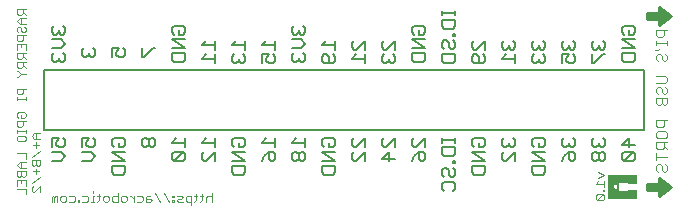
<source format=gbo>
G75*
%MOIN*%
%OFA0B0*%
%FSLAX24Y24*%
%IPPOS*%
%LPD*%
%AMOC8*
5,1,8,0,0,1.08239X$1,22.5*
%
%ADD10C,0.0030*%
%ADD11C,0.0050*%
%ADD12C,0.0040*%
%ADD13C,0.0100*%
%ADD14C,0.0010*%
%ADD15C,0.0080*%
D10*
X000512Y000481D02*
X000512Y000675D01*
X000221Y000675D01*
X000221Y000776D02*
X000221Y000969D01*
X000512Y000969D01*
X000512Y000776D01*
X000711Y000707D02*
X000760Y000755D01*
X000711Y000707D02*
X000711Y000610D01*
X000760Y000562D01*
X000808Y000562D01*
X001002Y000755D01*
X001002Y000562D01*
X001377Y000388D02*
X001377Y000243D01*
X001474Y000243D02*
X001474Y000388D01*
X001426Y000436D01*
X001377Y000388D01*
X001474Y000388D02*
X001522Y000436D01*
X001571Y000436D01*
X001571Y000243D01*
X001672Y000291D02*
X001720Y000243D01*
X001817Y000243D01*
X001865Y000291D01*
X001865Y000388D01*
X001817Y000436D01*
X001720Y000436D01*
X001672Y000388D01*
X001672Y000291D01*
X001967Y000243D02*
X002112Y000243D01*
X002160Y000291D01*
X002160Y000388D01*
X002112Y000436D01*
X001967Y000436D01*
X002259Y000291D02*
X002259Y000243D01*
X002307Y000243D01*
X002307Y000291D01*
X002259Y000291D01*
X002409Y000243D02*
X002554Y000243D01*
X002602Y000291D01*
X002602Y000388D01*
X002554Y000436D01*
X002409Y000436D01*
X002750Y000436D02*
X002750Y000243D01*
X002702Y000243D02*
X002799Y000243D01*
X002898Y000243D02*
X002947Y000291D01*
X002947Y000485D01*
X002995Y000436D02*
X002898Y000436D01*
X002799Y000436D02*
X002750Y000436D01*
X002750Y000533D02*
X002750Y000582D01*
X003096Y000388D02*
X003144Y000436D01*
X003241Y000436D01*
X003290Y000388D01*
X003290Y000291D01*
X003241Y000243D01*
X003144Y000243D01*
X003096Y000291D01*
X003096Y000388D01*
X003391Y000388D02*
X003391Y000291D01*
X003439Y000243D01*
X003584Y000243D01*
X003584Y000533D01*
X003584Y000436D02*
X003439Y000436D01*
X003391Y000388D01*
X003685Y000388D02*
X003685Y000291D01*
X003734Y000243D01*
X003831Y000243D01*
X003879Y000291D01*
X003879Y000388D01*
X003831Y000436D01*
X003734Y000436D01*
X003685Y000388D01*
X003979Y000436D02*
X004028Y000436D01*
X004124Y000340D01*
X004124Y000436D02*
X004124Y000243D01*
X004226Y000243D02*
X004371Y000243D01*
X004419Y000291D01*
X004419Y000388D01*
X004371Y000436D01*
X004226Y000436D01*
X004520Y000388D02*
X004520Y000243D01*
X004665Y000243D01*
X004714Y000291D01*
X004665Y000340D01*
X004520Y000340D01*
X004520Y000388D02*
X004569Y000436D01*
X004665Y000436D01*
X004815Y000533D02*
X005008Y000243D01*
X005303Y000243D02*
X005110Y000533D01*
X005402Y000436D02*
X005402Y000388D01*
X005450Y000388D01*
X005450Y000436D01*
X005402Y000436D01*
X005552Y000436D02*
X005697Y000436D01*
X005745Y000388D01*
X005697Y000340D01*
X005600Y000340D01*
X005552Y000291D01*
X005600Y000243D01*
X005745Y000243D01*
X005846Y000291D02*
X005895Y000243D01*
X006040Y000243D01*
X006040Y000146D02*
X006040Y000436D01*
X005895Y000436D01*
X005846Y000388D01*
X005846Y000291D01*
X006139Y000243D02*
X006188Y000291D01*
X006188Y000485D01*
X006236Y000436D02*
X006139Y000436D01*
X006336Y000436D02*
X006433Y000436D01*
X006384Y000485D02*
X006384Y000291D01*
X006336Y000243D01*
X006534Y000243D02*
X006534Y000388D01*
X006582Y000436D01*
X006679Y000436D01*
X006727Y000388D01*
X006727Y000533D02*
X006727Y000243D01*
X005450Y000243D02*
X005450Y000291D01*
X005402Y000291D01*
X005402Y000243D01*
X005450Y000243D01*
X001002Y001050D02*
X000711Y000856D01*
X000367Y000873D02*
X000367Y000969D01*
X000415Y001070D02*
X000463Y001070D01*
X000512Y001119D01*
X000512Y001264D01*
X000221Y001264D01*
X000221Y001119D01*
X000270Y001070D01*
X000318Y001070D01*
X000367Y001119D01*
X000367Y001264D01*
X000367Y001365D02*
X000367Y001559D01*
X000318Y001559D02*
X000221Y001462D01*
X000318Y001365D01*
X000512Y001365D01*
X000711Y001494D02*
X000760Y001445D01*
X000808Y001445D01*
X000857Y001494D01*
X000857Y001639D01*
X001002Y001639D02*
X000711Y001639D01*
X000711Y001494D01*
X000857Y001494D02*
X000905Y001445D01*
X000953Y001445D01*
X001002Y001494D01*
X001002Y001639D01*
X001002Y001934D02*
X000711Y001740D01*
X000512Y001660D02*
X000512Y001853D01*
X000221Y001853D01*
X000857Y002035D02*
X000857Y002228D01*
X000953Y002132D02*
X000760Y002132D01*
X000512Y002297D02*
X000463Y002249D01*
X000270Y002249D01*
X000221Y002297D01*
X000221Y002394D01*
X000270Y002443D01*
X000463Y002443D01*
X000512Y002394D01*
X000512Y002297D01*
X000711Y002426D02*
X000808Y002329D01*
X001002Y002329D01*
X000857Y002329D02*
X000857Y002523D01*
X000808Y002523D02*
X000711Y002426D01*
X000808Y002523D02*
X001002Y002523D01*
X000512Y002542D02*
X000512Y002639D01*
X000512Y002591D02*
X000221Y002591D01*
X000221Y002639D02*
X000221Y002542D01*
X000270Y002740D02*
X000367Y002740D01*
X000415Y002789D01*
X000415Y002934D01*
X000512Y002934D02*
X000221Y002934D01*
X000221Y002789D01*
X000270Y002740D01*
X000270Y003035D02*
X000221Y003083D01*
X000221Y003180D01*
X000270Y003228D01*
X000463Y003228D01*
X000512Y003180D01*
X000512Y003083D01*
X000463Y003035D01*
X000367Y003035D01*
X000367Y003132D01*
X000512Y003623D02*
X000512Y003719D01*
X000512Y003671D02*
X000221Y003671D01*
X000221Y003719D02*
X000221Y003623D01*
X000270Y003821D02*
X000367Y003821D01*
X000415Y003869D01*
X000415Y004014D01*
X000512Y004014D02*
X000221Y004014D01*
X000221Y003869D01*
X000270Y003821D01*
X000270Y004410D02*
X000221Y004410D01*
X000270Y004410D02*
X000367Y004507D01*
X000512Y004507D01*
X000367Y004507D02*
X000270Y004603D01*
X000221Y004603D01*
X000270Y004704D02*
X000367Y004704D01*
X000415Y004753D01*
X000415Y004898D01*
X000512Y004898D02*
X000221Y004898D01*
X000221Y004753D01*
X000270Y004704D01*
X000415Y004801D02*
X000512Y004704D01*
X000512Y004999D02*
X000415Y005096D01*
X000415Y005048D02*
X000415Y005193D01*
X000512Y005193D02*
X000221Y005193D01*
X000221Y005048D01*
X000270Y004999D01*
X000367Y004999D01*
X000415Y005048D01*
X000512Y005294D02*
X000512Y005487D01*
X000221Y005487D01*
X000221Y005294D01*
X000367Y005391D02*
X000367Y005487D01*
X000367Y005588D02*
X000415Y005637D01*
X000415Y005782D01*
X000512Y005782D02*
X000221Y005782D01*
X000221Y005637D01*
X000270Y005588D01*
X000367Y005588D01*
X000415Y005883D02*
X000463Y005883D01*
X000512Y005931D01*
X000512Y006028D01*
X000463Y006077D01*
X000367Y006028D02*
X000367Y005931D01*
X000415Y005883D01*
X000270Y005883D02*
X000221Y005931D01*
X000221Y006028D01*
X000270Y006077D01*
X000318Y006077D01*
X000367Y006028D01*
X000367Y006178D02*
X000367Y006371D01*
X000318Y006371D02*
X000221Y006274D01*
X000318Y006178D01*
X000512Y006178D01*
X000512Y006371D02*
X000318Y006371D01*
X000270Y006472D02*
X000367Y006472D01*
X000415Y006521D01*
X000415Y006666D01*
X000512Y006666D02*
X000221Y006666D01*
X000221Y006521D01*
X000270Y006472D01*
X000415Y006569D02*
X000512Y006472D01*
X000512Y001559D02*
X000318Y001559D01*
X000857Y001344D02*
X000857Y001151D01*
X000953Y001248D02*
X000760Y001248D01*
X000415Y001070D02*
X000367Y001119D01*
X019511Y000832D02*
X019802Y000832D01*
X019802Y000928D02*
X019802Y000735D01*
X019802Y000634D02*
X019753Y000634D01*
X019753Y000585D01*
X019802Y000585D01*
X019802Y000634D01*
X019753Y000486D02*
X019560Y000293D01*
X019753Y000293D01*
X019802Y000341D01*
X019802Y000438D01*
X019753Y000486D01*
X019560Y000486D01*
X019511Y000438D01*
X019511Y000341D01*
X019560Y000293D01*
X019511Y000832D02*
X019608Y000928D01*
X019608Y001029D02*
X019802Y001126D01*
X019608Y001223D01*
D11*
X019541Y001602D02*
X019616Y001677D01*
X019616Y001827D01*
X019541Y001903D01*
X019466Y001903D01*
X019391Y001827D01*
X019391Y001677D01*
X019466Y001602D01*
X019541Y001602D01*
X019616Y001677D02*
X019692Y001602D01*
X019767Y001602D01*
X019842Y001677D01*
X019842Y001827D01*
X019767Y001903D01*
X019692Y001903D01*
X019616Y001827D01*
X019541Y002063D02*
X019616Y002138D01*
X019692Y002063D01*
X019767Y002063D01*
X019842Y002138D01*
X019842Y002288D01*
X019767Y002363D01*
X019466Y002363D02*
X019391Y002288D01*
X019391Y002138D01*
X019466Y002063D01*
X019541Y002063D01*
X019616Y002138D02*
X019616Y002213D01*
X020391Y002138D02*
X020616Y002363D01*
X020616Y002063D01*
X020391Y002138D02*
X020842Y002138D01*
X020767Y001903D02*
X020466Y001903D01*
X020391Y001827D01*
X020391Y001677D01*
X020466Y001602D01*
X020767Y001903D01*
X020842Y001827D01*
X020842Y001677D01*
X020767Y001602D01*
X020466Y001602D01*
X018842Y001677D02*
X018767Y001602D01*
X018692Y001602D01*
X018616Y001677D01*
X018616Y001903D01*
X018767Y001903D01*
X018842Y001827D01*
X018842Y001677D01*
X018616Y001903D02*
X018466Y001752D01*
X018391Y001602D01*
X017842Y001602D02*
X017391Y001602D01*
X017391Y001903D02*
X017842Y001602D01*
X017842Y001442D02*
X017391Y001442D01*
X017391Y001217D01*
X017466Y001142D01*
X017767Y001142D01*
X017842Y001217D01*
X017842Y001442D01*
X016842Y001602D02*
X016842Y001903D01*
X016541Y001602D01*
X016466Y001602D01*
X016391Y001677D01*
X016391Y001827D01*
X016466Y001903D01*
X016466Y002063D02*
X016541Y002063D01*
X016616Y002138D01*
X016692Y002063D01*
X016767Y002063D01*
X016842Y002138D01*
X016842Y002288D01*
X016767Y002363D01*
X016466Y002363D02*
X016391Y002288D01*
X016391Y002138D01*
X016466Y002063D01*
X016616Y002138D02*
X016616Y002213D01*
X015842Y002288D02*
X015842Y002138D01*
X015767Y002063D01*
X015616Y002063D01*
X015616Y002213D01*
X015466Y002363D02*
X015391Y002288D01*
X015391Y002138D01*
X015466Y002063D01*
X015391Y001903D02*
X015842Y001602D01*
X015391Y001602D01*
X015391Y001442D02*
X015391Y001217D01*
X015466Y001142D01*
X015767Y001142D01*
X015842Y001217D01*
X015842Y001442D01*
X015391Y001442D01*
X014842Y001521D02*
X014842Y001596D01*
X014767Y001596D01*
X014767Y001521D01*
X014842Y001521D01*
X014767Y001365D02*
X014842Y001290D01*
X014842Y001140D01*
X014767Y001065D01*
X014692Y001065D01*
X014616Y001140D01*
X014616Y001290D01*
X014541Y001365D01*
X014466Y001365D01*
X014391Y001290D01*
X014391Y001140D01*
X014466Y001065D01*
X014466Y000905D02*
X014767Y000905D01*
X014842Y000830D01*
X014842Y000680D01*
X014767Y000605D01*
X014466Y000605D02*
X014391Y000680D01*
X014391Y000830D01*
X014466Y000905D01*
X013767Y001602D02*
X013692Y001602D01*
X013616Y001677D01*
X013616Y001903D01*
X013767Y001903D01*
X013842Y001827D01*
X013842Y001677D01*
X013767Y001602D01*
X013466Y001752D02*
X013391Y001602D01*
X013466Y001752D02*
X013616Y001903D01*
X013541Y002063D02*
X013466Y002063D01*
X013391Y002138D01*
X013391Y002288D01*
X013466Y002363D01*
X013541Y002063D02*
X013842Y002363D01*
X013842Y002063D01*
X014391Y002056D02*
X014391Y001831D01*
X014466Y001756D01*
X014767Y001756D01*
X014842Y001831D01*
X014842Y002056D01*
X014391Y002056D01*
X014391Y002213D02*
X014391Y002363D01*
X014391Y002288D02*
X014842Y002288D01*
X014842Y002363D02*
X014842Y002213D01*
X015466Y002363D02*
X015767Y002363D01*
X015842Y002288D01*
X015842Y001903D02*
X015391Y001903D01*
X017391Y001903D02*
X017842Y001903D01*
X017767Y002063D02*
X017616Y002063D01*
X017616Y002213D01*
X017466Y002363D02*
X017391Y002288D01*
X017391Y002138D01*
X017466Y002063D01*
X017767Y002063D02*
X017842Y002138D01*
X017842Y002288D01*
X017767Y002363D01*
X017466Y002363D01*
X018391Y002288D02*
X018391Y002138D01*
X018466Y002063D01*
X018541Y002063D01*
X018616Y002138D01*
X018692Y002063D01*
X018767Y002063D01*
X018842Y002138D01*
X018842Y002288D01*
X018767Y002363D01*
X018466Y002363D02*
X018391Y002288D01*
X018616Y002213D02*
X018616Y002138D01*
X012842Y002063D02*
X012842Y002363D01*
X012541Y002063D01*
X012466Y002063D01*
X012391Y002138D01*
X012391Y002288D01*
X012466Y002363D01*
X011842Y002363D02*
X011541Y002063D01*
X011466Y002063D01*
X011391Y002138D01*
X011391Y002288D01*
X011466Y002363D01*
X011842Y002363D02*
X011842Y002063D01*
X011842Y001903D02*
X011541Y001602D01*
X011466Y001602D01*
X011391Y001677D01*
X011391Y001827D01*
X011466Y001903D01*
X011842Y001903D02*
X011842Y001602D01*
X012391Y001677D02*
X012616Y001903D01*
X012616Y001602D01*
X012391Y001677D02*
X012842Y001677D01*
X010842Y001602D02*
X010391Y001602D01*
X010391Y001903D02*
X010842Y001602D01*
X010842Y001442D02*
X010391Y001442D01*
X010391Y001217D01*
X010466Y001142D01*
X010767Y001142D01*
X010842Y001217D01*
X010842Y001442D01*
X009842Y001677D02*
X009842Y001827D01*
X009767Y001903D01*
X009692Y001903D01*
X009616Y001827D01*
X009616Y001677D01*
X009692Y001602D01*
X009767Y001602D01*
X009842Y001677D01*
X009616Y001677D02*
X009541Y001602D01*
X009466Y001602D01*
X009391Y001677D01*
X009391Y001827D01*
X009466Y001903D01*
X009541Y001903D01*
X009616Y001827D01*
X009842Y002063D02*
X009842Y002363D01*
X009842Y002213D02*
X009391Y002213D01*
X009541Y002363D01*
X008842Y002363D02*
X008842Y002063D01*
X008842Y002213D02*
X008391Y002213D01*
X008541Y002363D01*
X007842Y002288D02*
X007842Y002138D01*
X007767Y002063D01*
X007616Y002063D01*
X007616Y002213D01*
X007466Y002363D02*
X007391Y002288D01*
X007391Y002138D01*
X007466Y002063D01*
X007391Y001903D02*
X007842Y001602D01*
X007391Y001602D01*
X007391Y001442D02*
X007391Y001217D01*
X007466Y001142D01*
X007767Y001142D01*
X007842Y001217D01*
X007842Y001442D01*
X007391Y001442D01*
X006842Y001602D02*
X006842Y001903D01*
X006541Y001602D01*
X006466Y001602D01*
X006391Y001677D01*
X006391Y001827D01*
X006466Y001903D01*
X006842Y002063D02*
X006842Y002363D01*
X006541Y002363D02*
X006391Y002213D01*
X006842Y002213D01*
X007466Y002363D02*
X007767Y002363D01*
X007842Y002288D01*
X007842Y001903D02*
X007391Y001903D01*
X008391Y001602D02*
X008466Y001752D01*
X008616Y001903D01*
X008616Y001677D01*
X008692Y001602D01*
X008767Y001602D01*
X008842Y001677D01*
X008842Y001827D01*
X008767Y001903D01*
X008616Y001903D01*
X010391Y001903D02*
X010842Y001903D01*
X010767Y002063D02*
X010616Y002063D01*
X010616Y002213D01*
X010466Y002363D02*
X010391Y002288D01*
X010391Y002138D01*
X010466Y002063D01*
X010767Y002063D02*
X010842Y002138D01*
X010842Y002288D01*
X010767Y002363D01*
X010466Y002363D01*
X005842Y002363D02*
X005842Y002063D01*
X005842Y002213D02*
X005391Y002213D01*
X005541Y002363D01*
X004842Y002288D02*
X004842Y002138D01*
X004767Y002063D01*
X004692Y002063D01*
X004616Y002138D01*
X004616Y002288D01*
X004541Y002363D01*
X004466Y002363D01*
X004391Y002288D01*
X004391Y002138D01*
X004466Y002063D01*
X004541Y002063D01*
X004616Y002138D01*
X004616Y002288D02*
X004692Y002363D01*
X004767Y002363D01*
X004842Y002288D01*
X003842Y002288D02*
X003842Y002138D01*
X003767Y002063D01*
X003616Y002063D01*
X003616Y002213D01*
X003466Y002363D02*
X003391Y002288D01*
X003391Y002138D01*
X003466Y002063D01*
X003391Y001903D02*
X003842Y001602D01*
X003391Y001602D01*
X003391Y001442D02*
X003391Y001217D01*
X003466Y001142D01*
X003767Y001142D01*
X003842Y001217D01*
X003842Y001442D01*
X003391Y001442D01*
X002842Y001752D02*
X002692Y001602D01*
X002391Y001602D01*
X002692Y001903D02*
X002842Y001752D01*
X002692Y001903D02*
X002391Y001903D01*
X002391Y002063D02*
X002391Y002363D01*
X002616Y002363D01*
X002541Y002213D01*
X002541Y002138D01*
X002616Y002063D01*
X002767Y002063D01*
X002842Y002138D01*
X002842Y002288D01*
X002767Y002363D01*
X003466Y002363D02*
X003767Y002363D01*
X003842Y002288D01*
X003842Y001903D02*
X003391Y001903D01*
X001842Y001752D02*
X001692Y001602D01*
X001391Y001602D01*
X001692Y001903D02*
X001842Y001752D01*
X001692Y001903D02*
X001391Y001903D01*
X001391Y002063D02*
X001391Y002363D01*
X001616Y002363D01*
X001541Y002213D01*
X001541Y002138D01*
X001616Y002063D01*
X001767Y002063D01*
X001842Y002138D01*
X001842Y002288D01*
X001767Y002363D01*
X005391Y001827D02*
X005391Y001677D01*
X005466Y001602D01*
X005767Y001903D01*
X005842Y001827D01*
X005842Y001677D01*
X005767Y001602D01*
X005466Y001602D01*
X005391Y001827D02*
X005466Y001903D01*
X005767Y001903D01*
X006842Y004852D02*
X006842Y005153D01*
X006541Y005153D02*
X006391Y005002D01*
X006842Y005002D01*
X007391Y004927D02*
X007466Y004852D01*
X007541Y004852D01*
X007616Y004927D01*
X007692Y004852D01*
X007767Y004852D01*
X007842Y004927D01*
X007842Y005077D01*
X007767Y005153D01*
X007466Y005153D02*
X007391Y005077D01*
X007391Y004927D01*
X007616Y004927D02*
X007616Y005002D01*
X008391Y004852D02*
X008391Y005153D01*
X008616Y005153D01*
X008541Y005002D01*
X008541Y004927D01*
X008616Y004852D01*
X008767Y004852D01*
X008842Y004927D01*
X008842Y005077D01*
X008767Y005153D01*
X008842Y005313D02*
X008842Y005613D01*
X008541Y005613D02*
X008391Y005463D01*
X008842Y005463D01*
X009391Y005352D02*
X009692Y005352D01*
X009842Y005502D01*
X009692Y005653D01*
X009391Y005653D01*
X009466Y005813D02*
X009541Y005813D01*
X009616Y005888D01*
X009692Y005813D01*
X009767Y005813D01*
X009842Y005888D01*
X009842Y006038D01*
X009767Y006113D01*
X009466Y006113D02*
X009391Y006038D01*
X009391Y005888D01*
X009466Y005813D01*
X009616Y005888D02*
X009616Y005963D01*
X010391Y005463D02*
X010541Y005613D01*
X010842Y005613D02*
X010842Y005313D01*
X010842Y005463D02*
X010391Y005463D01*
X010466Y005153D02*
X010541Y005153D01*
X010616Y005077D01*
X010616Y004852D01*
X010466Y004852D02*
X010391Y004927D01*
X010391Y005077D01*
X010466Y005153D01*
X010767Y005153D02*
X010842Y005077D01*
X010842Y004927D01*
X010767Y004852D01*
X010466Y004852D01*
X009842Y004967D02*
X009842Y005117D01*
X009767Y005192D01*
X009466Y005192D02*
X009391Y005117D01*
X009391Y004967D01*
X009466Y004892D01*
X009541Y004892D01*
X009616Y004967D01*
X009692Y004892D01*
X009767Y004892D01*
X009842Y004967D01*
X009616Y004967D02*
X009616Y005042D01*
X011391Y005002D02*
X011842Y005002D01*
X011842Y004852D02*
X011842Y005153D01*
X011842Y005313D02*
X011842Y005613D01*
X011541Y005313D01*
X011466Y005313D01*
X011391Y005388D01*
X011391Y005538D01*
X011466Y005613D01*
X012391Y005538D02*
X012391Y005388D01*
X012466Y005313D01*
X012541Y005313D01*
X012842Y005613D01*
X012842Y005313D01*
X012767Y005153D02*
X012842Y005077D01*
X012842Y004927D01*
X012767Y004852D01*
X012692Y004852D01*
X012616Y004927D01*
X012616Y005002D01*
X012616Y004927D02*
X012541Y004852D01*
X012466Y004852D01*
X012391Y004927D01*
X012391Y005077D01*
X012466Y005153D01*
X013391Y005192D02*
X013391Y004967D01*
X013466Y004892D01*
X013767Y004892D01*
X013842Y004967D01*
X013842Y005192D01*
X013391Y005192D01*
X013391Y005352D02*
X013842Y005352D01*
X013391Y005653D01*
X013842Y005653D01*
X013767Y005813D02*
X013616Y005813D01*
X013616Y005963D01*
X013466Y006113D02*
X013391Y006038D01*
X013391Y005888D01*
X013466Y005813D01*
X013767Y005813D02*
X013842Y005888D01*
X013842Y006038D01*
X013767Y006113D01*
X013466Y006113D01*
X014391Y006081D02*
X014391Y006306D01*
X014842Y006306D01*
X014842Y006081D01*
X014767Y006006D01*
X014466Y006006D01*
X014391Y006081D01*
X014767Y005846D02*
X014767Y005771D01*
X014842Y005771D01*
X014842Y005846D01*
X014767Y005846D01*
X014767Y005615D02*
X014842Y005540D01*
X014842Y005390D01*
X014767Y005315D01*
X014692Y005315D01*
X014616Y005390D01*
X014616Y005540D01*
X014541Y005615D01*
X014466Y005615D01*
X014391Y005540D01*
X014391Y005390D01*
X014466Y005315D01*
X014391Y005155D02*
X014391Y004930D01*
X014466Y004855D01*
X014767Y004855D01*
X014842Y004930D01*
X014842Y005155D01*
X014391Y005155D01*
X015391Y005077D02*
X015391Y004927D01*
X015466Y004852D01*
X015767Y004852D01*
X015842Y004927D01*
X015842Y005077D01*
X015767Y005153D01*
X015616Y005077D02*
X015616Y004852D01*
X016391Y005002D02*
X016842Y005002D01*
X016842Y004852D02*
X016842Y005153D01*
X016541Y005153D02*
X016391Y005002D01*
X015616Y005077D02*
X015541Y005153D01*
X015466Y005153D01*
X015391Y005077D01*
X015466Y005313D02*
X015391Y005388D01*
X015391Y005538D01*
X015466Y005613D01*
X015541Y005313D02*
X015842Y005613D01*
X015842Y005313D01*
X015541Y005313D02*
X015466Y005313D01*
X016391Y005388D02*
X016466Y005313D01*
X016541Y005313D01*
X016616Y005388D01*
X016692Y005313D01*
X016767Y005313D01*
X016842Y005388D01*
X016842Y005538D01*
X016767Y005613D01*
X016466Y005613D02*
X016391Y005538D01*
X016391Y005388D01*
X016616Y005388D02*
X016616Y005463D01*
X017391Y005538D02*
X017391Y005388D01*
X017466Y005313D01*
X017541Y005313D01*
X017616Y005388D01*
X017692Y005313D01*
X017767Y005313D01*
X017842Y005388D01*
X017842Y005538D01*
X017767Y005613D01*
X017466Y005613D02*
X017391Y005538D01*
X017616Y005463D02*
X017616Y005388D01*
X017466Y005153D02*
X017391Y005077D01*
X017391Y004927D01*
X017466Y004852D01*
X017541Y004852D01*
X017616Y004927D01*
X017692Y004852D01*
X017767Y004852D01*
X017842Y004927D01*
X017842Y005077D01*
X017767Y005153D01*
X017616Y005002D02*
X017616Y004927D01*
X018391Y004852D02*
X018391Y005153D01*
X018616Y005153D01*
X018541Y005002D01*
X018541Y004927D01*
X018616Y004852D01*
X018767Y004852D01*
X018842Y004927D01*
X018842Y005077D01*
X018767Y005153D01*
X018767Y005313D02*
X018842Y005388D01*
X018842Y005538D01*
X018767Y005613D01*
X018466Y005613D02*
X018391Y005538D01*
X018391Y005388D01*
X018466Y005313D01*
X018541Y005313D01*
X018616Y005388D01*
X018692Y005313D01*
X018767Y005313D01*
X018616Y005388D02*
X018616Y005463D01*
X019391Y005538D02*
X019391Y005388D01*
X019466Y005313D01*
X019541Y005313D01*
X019616Y005388D01*
X019692Y005313D01*
X019767Y005313D01*
X019842Y005388D01*
X019842Y005538D01*
X019767Y005613D01*
X019466Y005613D02*
X019391Y005538D01*
X019616Y005463D02*
X019616Y005388D01*
X019767Y005153D02*
X019842Y005153D01*
X019767Y005153D02*
X019466Y004852D01*
X019391Y004852D01*
X019391Y005153D01*
X020391Y005192D02*
X020391Y004967D01*
X020466Y004892D01*
X020767Y004892D01*
X020842Y004967D01*
X020842Y005192D01*
X020391Y005192D01*
X020391Y005352D02*
X020842Y005352D01*
X020391Y005653D01*
X020842Y005653D01*
X020767Y005813D02*
X020616Y005813D01*
X020616Y005963D01*
X020466Y006113D02*
X020391Y006038D01*
X020391Y005888D01*
X020466Y005813D01*
X020767Y005813D02*
X020842Y005888D01*
X020842Y006038D01*
X020767Y006113D01*
X020466Y006113D01*
X014842Y006463D02*
X014842Y006613D01*
X014842Y006538D02*
X014391Y006538D01*
X014391Y006613D02*
X014391Y006463D01*
X012466Y005613D02*
X012391Y005538D01*
X011541Y005153D02*
X011391Y005002D01*
X007842Y005313D02*
X007842Y005613D01*
X007842Y005463D02*
X007391Y005463D01*
X007541Y005613D01*
X006842Y005613D02*
X006842Y005313D01*
X006842Y005463D02*
X006391Y005463D01*
X006541Y005613D01*
X005842Y005653D02*
X005391Y005653D01*
X005842Y005352D01*
X005391Y005352D01*
X005391Y005192D02*
X005391Y004967D01*
X005466Y004892D01*
X005767Y004892D01*
X005842Y004967D01*
X005842Y005192D01*
X005391Y005192D01*
X004842Y005363D02*
X004767Y005363D01*
X004466Y005063D01*
X004391Y005063D01*
X004391Y005363D01*
X003842Y005288D02*
X003767Y005363D01*
X003842Y005288D02*
X003842Y005138D01*
X003767Y005063D01*
X003616Y005063D01*
X003541Y005138D01*
X003541Y005213D01*
X003616Y005363D01*
X003391Y005363D01*
X003391Y005063D01*
X002842Y005138D02*
X002767Y005063D01*
X002692Y005063D01*
X002616Y005138D01*
X002616Y005213D01*
X002616Y005138D02*
X002541Y005063D01*
X002466Y005063D01*
X002391Y005138D01*
X002391Y005288D01*
X002466Y005363D01*
X002767Y005363D02*
X002842Y005288D01*
X002842Y005138D01*
X001842Y005117D02*
X001842Y004967D01*
X001767Y004892D01*
X001692Y004892D01*
X001616Y004967D01*
X001616Y005042D01*
X001616Y004967D02*
X001541Y004892D01*
X001466Y004892D01*
X001391Y004967D01*
X001391Y005117D01*
X001466Y005192D01*
X001767Y005192D02*
X001842Y005117D01*
X001692Y005352D02*
X001391Y005352D01*
X001692Y005352D02*
X001842Y005502D01*
X001692Y005653D01*
X001391Y005653D01*
X001466Y005813D02*
X001541Y005813D01*
X001616Y005888D01*
X001692Y005813D01*
X001767Y005813D01*
X001842Y005888D01*
X001842Y006038D01*
X001767Y006113D01*
X001466Y006113D02*
X001391Y006038D01*
X001391Y005888D01*
X001466Y005813D01*
X001616Y005888D02*
X001616Y005963D01*
X005391Y005888D02*
X005391Y006038D01*
X005466Y006113D01*
X005767Y006113D01*
X005842Y006038D01*
X005842Y005888D01*
X005767Y005813D01*
X005616Y005813D01*
X005616Y005963D01*
X005466Y005813D02*
X005391Y005888D01*
D12*
X021476Y005294D02*
X021596Y005294D01*
X021656Y005354D01*
X021536Y005480D02*
X021536Y005600D01*
X021536Y005540D02*
X021897Y005540D01*
X021897Y005600D02*
X021897Y005480D01*
X021717Y005728D02*
X021777Y005788D01*
X021777Y005968D01*
X021897Y005968D02*
X021536Y005968D01*
X021536Y005788D01*
X021596Y005728D01*
X021717Y005728D01*
X021656Y005170D02*
X021717Y005110D01*
X021717Y004990D01*
X021777Y004930D01*
X021837Y004930D01*
X021897Y004990D01*
X021897Y005110D01*
X021837Y005170D01*
X021656Y005170D02*
X021596Y005170D01*
X021536Y005110D01*
X021536Y004990D01*
X021596Y004930D01*
X021536Y004433D02*
X021837Y004433D01*
X021897Y004373D01*
X021897Y004253D01*
X021837Y004193D01*
X021536Y004193D01*
X021596Y004065D02*
X021656Y004065D01*
X021717Y004005D01*
X021717Y003885D01*
X021777Y003825D01*
X021837Y003825D01*
X021897Y003885D01*
X021897Y004005D01*
X021837Y004065D01*
X021596Y004065D02*
X021536Y004005D01*
X021536Y003885D01*
X021596Y003825D01*
X021536Y003697D02*
X021536Y003517D01*
X021596Y003456D01*
X021656Y003456D01*
X021717Y003517D01*
X021717Y003697D01*
X021897Y003697D02*
X021536Y003697D01*
X021897Y003697D02*
X021897Y003517D01*
X021837Y003456D01*
X021777Y003456D01*
X021717Y003517D01*
X021777Y002960D02*
X021777Y002780D01*
X021717Y002720D01*
X021596Y002720D01*
X021536Y002780D01*
X021536Y002960D01*
X021897Y002960D01*
X021837Y002592D02*
X021596Y002592D01*
X021536Y002532D01*
X021536Y002412D01*
X021596Y002352D01*
X021837Y002352D01*
X021897Y002412D01*
X021897Y002532D01*
X021837Y002592D01*
X021897Y002223D02*
X021536Y002223D01*
X021536Y002043D01*
X021596Y001983D01*
X021717Y001983D01*
X021777Y002043D01*
X021777Y002223D01*
X021777Y002103D02*
X021897Y001983D01*
X021536Y001855D02*
X021536Y001615D01*
X021536Y001735D02*
X021897Y001735D01*
X021837Y001487D02*
X021897Y001427D01*
X021897Y001307D01*
X021837Y001247D01*
X021777Y001247D01*
X021717Y001307D01*
X021717Y001427D01*
X021656Y001487D01*
X021596Y001487D01*
X021536Y001427D01*
X021536Y001307D01*
X021596Y001247D01*
D13*
X021617Y001038D02*
X021617Y000838D01*
X021217Y000838D01*
X021217Y000638D01*
X021617Y000638D01*
X021617Y000438D01*
X022017Y000738D01*
X021617Y001038D01*
X021617Y001024D02*
X021635Y001024D01*
X021617Y000926D02*
X021766Y000926D01*
X021897Y000827D02*
X021217Y000827D01*
X021217Y000729D02*
X022005Y000729D01*
X021873Y000630D02*
X021617Y000630D01*
X021617Y000532D02*
X021742Y000532D01*
X021617Y006138D02*
X022017Y006438D01*
X021617Y006738D01*
X021617Y006538D01*
X021217Y006538D01*
X021217Y006338D01*
X021617Y006338D01*
X021617Y006138D01*
X021617Y006146D02*
X021628Y006146D01*
X021617Y006245D02*
X021759Y006245D01*
X021891Y006343D02*
X021217Y006343D01*
X021217Y006442D02*
X022011Y006442D01*
X021880Y006540D02*
X021617Y006540D01*
X021617Y006639D02*
X021749Y006639D01*
X021617Y006737D02*
X021617Y006737D01*
D14*
X020867Y001138D02*
X019939Y001138D01*
X019939Y000362D01*
X020869Y000362D01*
X020869Y000636D01*
X020595Y000636D01*
X020571Y000586D01*
X020287Y000586D01*
X020247Y000634D01*
X020247Y000664D01*
X020129Y000664D01*
X020107Y000686D01*
X020107Y000812D01*
X020133Y000840D01*
X020225Y000840D01*
X020225Y000862D01*
X020247Y000862D01*
X020247Y000840D01*
X020247Y000666D01*
X020231Y000666D01*
X020231Y000866D01*
X020249Y000866D01*
X020289Y000914D01*
X020571Y000914D01*
X020597Y000864D01*
X020867Y000864D01*
X020867Y001138D01*
X020867Y001132D02*
X019939Y001132D01*
X019939Y001124D02*
X020867Y001124D01*
X020867Y001115D02*
X019939Y001115D01*
X019939Y001107D02*
X020867Y001107D01*
X020867Y001098D02*
X019939Y001098D01*
X019939Y001090D02*
X020867Y001090D01*
X020867Y001081D02*
X019939Y001081D01*
X019939Y001073D02*
X020867Y001073D01*
X020867Y001064D02*
X019939Y001064D01*
X019939Y001056D02*
X020867Y001056D01*
X020867Y001047D02*
X019939Y001047D01*
X019939Y001039D02*
X020867Y001039D01*
X020867Y001030D02*
X019939Y001030D01*
X019939Y001022D02*
X020867Y001022D01*
X020867Y001013D02*
X019939Y001013D01*
X019939Y001005D02*
X020867Y001005D01*
X020867Y000996D02*
X019939Y000996D01*
X019939Y000988D02*
X020867Y000988D01*
X020867Y000979D02*
X019939Y000979D01*
X019939Y000971D02*
X020867Y000971D01*
X020867Y000962D02*
X019939Y000962D01*
X019939Y000954D02*
X020867Y000954D01*
X020867Y000945D02*
X019939Y000945D01*
X019939Y000937D02*
X020867Y000937D01*
X020867Y000928D02*
X019939Y000928D01*
X019939Y000920D02*
X020867Y000920D01*
X020867Y000911D02*
X020572Y000911D01*
X020576Y000903D02*
X020867Y000903D01*
X020867Y000894D02*
X020581Y000894D01*
X020585Y000886D02*
X020867Y000886D01*
X020867Y000877D02*
X020590Y000877D01*
X020594Y000869D02*
X020867Y000869D01*
X020287Y000911D02*
X019939Y000911D01*
X019939Y000903D02*
X020280Y000903D01*
X020272Y000894D02*
X019939Y000894D01*
X019939Y000886D02*
X020265Y000886D01*
X020258Y000877D02*
X019939Y000877D01*
X019939Y000869D02*
X020251Y000869D01*
X020247Y000860D02*
X020231Y000860D01*
X020225Y000860D02*
X019939Y000860D01*
X019939Y000852D02*
X020225Y000852D01*
X020231Y000852D02*
X020247Y000852D01*
X020247Y000843D02*
X020231Y000843D01*
X020225Y000843D02*
X019939Y000843D01*
X019939Y000835D02*
X020128Y000835D01*
X020120Y000826D02*
X019939Y000826D01*
X019939Y000818D02*
X020112Y000818D01*
X020107Y000809D02*
X019939Y000809D01*
X019939Y000801D02*
X020107Y000801D01*
X020107Y000792D02*
X019939Y000792D01*
X019939Y000784D02*
X020107Y000784D01*
X020107Y000775D02*
X019939Y000775D01*
X019939Y000767D02*
X020107Y000767D01*
X020107Y000758D02*
X019939Y000758D01*
X019939Y000750D02*
X020107Y000750D01*
X020107Y000741D02*
X019939Y000741D01*
X019939Y000733D02*
X020107Y000733D01*
X020107Y000724D02*
X019939Y000724D01*
X019939Y000716D02*
X020107Y000716D01*
X020107Y000707D02*
X019939Y000707D01*
X019939Y000699D02*
X020107Y000699D01*
X020107Y000690D02*
X019939Y000690D01*
X019939Y000682D02*
X020111Y000682D01*
X020119Y000673D02*
X019939Y000673D01*
X019939Y000665D02*
X020128Y000665D01*
X020231Y000673D02*
X020247Y000673D01*
X020247Y000682D02*
X020231Y000682D01*
X020231Y000690D02*
X020247Y000690D01*
X020247Y000699D02*
X020231Y000699D01*
X020231Y000707D02*
X020247Y000707D01*
X020247Y000716D02*
X020231Y000716D01*
X020231Y000724D02*
X020247Y000724D01*
X020247Y000733D02*
X020231Y000733D01*
X020231Y000741D02*
X020247Y000741D01*
X020247Y000750D02*
X020231Y000750D01*
X020231Y000758D02*
X020247Y000758D01*
X020247Y000767D02*
X020231Y000767D01*
X020231Y000775D02*
X020247Y000775D01*
X020247Y000784D02*
X020231Y000784D01*
X020231Y000792D02*
X020247Y000792D01*
X020247Y000801D02*
X020231Y000801D01*
X020231Y000809D02*
X020247Y000809D01*
X020247Y000818D02*
X020231Y000818D01*
X020231Y000826D02*
X020247Y000826D01*
X020247Y000835D02*
X020231Y000835D01*
X020247Y000656D02*
X019939Y000656D01*
X019939Y000648D02*
X020247Y000648D01*
X020247Y000639D02*
X019939Y000639D01*
X019939Y000631D02*
X020249Y000631D01*
X020256Y000622D02*
X019939Y000622D01*
X019939Y000614D02*
X020263Y000614D01*
X020270Y000605D02*
X019939Y000605D01*
X019939Y000597D02*
X020277Y000597D01*
X020285Y000588D02*
X019939Y000588D01*
X019939Y000580D02*
X020869Y000580D01*
X020869Y000588D02*
X020572Y000588D01*
X020576Y000597D02*
X020869Y000597D01*
X020869Y000605D02*
X020580Y000605D01*
X020584Y000614D02*
X020869Y000614D01*
X020869Y000622D02*
X020588Y000622D01*
X020592Y000631D02*
X020869Y000631D01*
X020869Y000571D02*
X019939Y000571D01*
X019939Y000563D02*
X020869Y000563D01*
X020869Y000554D02*
X019939Y000554D01*
X019939Y000546D02*
X020869Y000546D01*
X020869Y000537D02*
X019939Y000537D01*
X019939Y000529D02*
X020869Y000529D01*
X020869Y000520D02*
X019939Y000520D01*
X019939Y000512D02*
X020869Y000512D01*
X020869Y000503D02*
X019939Y000503D01*
X019939Y000495D02*
X020869Y000495D01*
X020869Y000486D02*
X019939Y000486D01*
X019939Y000478D02*
X020869Y000478D01*
X020869Y000469D02*
X019939Y000469D01*
X019939Y000461D02*
X020869Y000461D01*
X020869Y000452D02*
X019939Y000452D01*
X019939Y000444D02*
X020869Y000444D01*
X020869Y000435D02*
X019939Y000435D01*
X019939Y000427D02*
X020869Y000427D01*
X020869Y000418D02*
X019939Y000418D01*
X019939Y000410D02*
X020869Y000410D01*
X020869Y000401D02*
X019939Y000401D01*
X019939Y000393D02*
X020869Y000393D01*
X020869Y000384D02*
X019939Y000384D01*
X019939Y000376D02*
X020869Y000376D01*
X020869Y000367D02*
X019939Y000367D01*
D15*
X021117Y002638D02*
X021117Y004638D01*
X001117Y004638D01*
X001117Y002638D01*
X021117Y002638D01*
M02*

</source>
